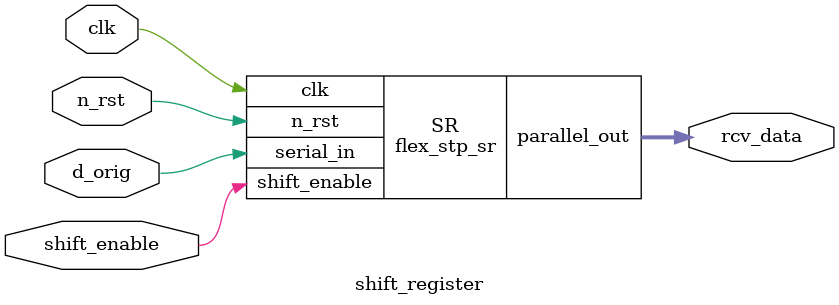
<source format=v>


module flex_stp_sr ( clk, n_rst, shift_enable, serial_in, parallel_out );
  output [7:0] parallel_out;
  input clk, n_rst, shift_enable, serial_in;
  wire   n12, n14, n16, n18, n20, n22, n24, n26, n1, n2, n3, n4, n5, n6, n7,
         n8;

  DFFSR \parallel_out_reg[7]  ( .D(n26), .CLK(clk), .R(1'b1), .S(n_rst), .Q(
        parallel_out[7]) );
  DFFSR \parallel_out_reg[6]  ( .D(n24), .CLK(clk), .R(1'b1), .S(n_rst), .Q(
        parallel_out[6]) );
  DFFSR \parallel_out_reg[5]  ( .D(n22), .CLK(clk), .R(1'b1), .S(n_rst), .Q(
        parallel_out[5]) );
  DFFSR \parallel_out_reg[4]  ( .D(n20), .CLK(clk), .R(1'b1), .S(n_rst), .Q(
        parallel_out[4]) );
  DFFSR \parallel_out_reg[3]  ( .D(n18), .CLK(clk), .R(1'b1), .S(n_rst), .Q(
        parallel_out[3]) );
  DFFSR \parallel_out_reg[2]  ( .D(n16), .CLK(clk), .R(1'b1), .S(n_rst), .Q(
        parallel_out[2]) );
  DFFSR \parallel_out_reg[1]  ( .D(n14), .CLK(clk), .R(1'b1), .S(n_rst), .Q(
        parallel_out[1]) );
  DFFSR \parallel_out_reg[0]  ( .D(n12), .CLK(clk), .R(1'b1), .S(n_rst), .Q(
        parallel_out[0]) );
  INVX1 U2 ( .A(n1), .Y(n26) );
  MUX2X1 U3 ( .B(parallel_out[7]), .A(serial_in), .S(shift_enable), .Y(n1) );
  INVX1 U4 ( .A(n2), .Y(n24) );
  MUX2X1 U5 ( .B(parallel_out[6]), .A(parallel_out[7]), .S(shift_enable), .Y(
        n2) );
  INVX1 U6 ( .A(n3), .Y(n22) );
  MUX2X1 U7 ( .B(parallel_out[5]), .A(parallel_out[6]), .S(shift_enable), .Y(
        n3) );
  INVX1 U8 ( .A(n4), .Y(n20) );
  MUX2X1 U9 ( .B(parallel_out[4]), .A(parallel_out[5]), .S(shift_enable), .Y(
        n4) );
  INVX1 U10 ( .A(n5), .Y(n18) );
  MUX2X1 U11 ( .B(parallel_out[3]), .A(parallel_out[4]), .S(shift_enable), .Y(
        n5) );
  INVX1 U12 ( .A(n6), .Y(n16) );
  MUX2X1 U13 ( .B(parallel_out[2]), .A(parallel_out[3]), .S(shift_enable), .Y(
        n6) );
  INVX1 U14 ( .A(n7), .Y(n14) );
  MUX2X1 U15 ( .B(parallel_out[1]), .A(parallel_out[2]), .S(shift_enable), .Y(
        n7) );
  INVX1 U16 ( .A(n8), .Y(n12) );
  MUX2X1 U17 ( .B(parallel_out[0]), .A(parallel_out[1]), .S(shift_enable), .Y(
        n8) );
endmodule


module shift_register ( clk, n_rst, shift_enable, d_orig, rcv_data );
  output [7:0] rcv_data;
  input clk, n_rst, shift_enable, d_orig;


  flex_stp_sr SR ( .clk(clk), .n_rst(n_rst), .shift_enable(shift_enable), 
        .serial_in(d_orig), .parallel_out(rcv_data) );
endmodule


</source>
